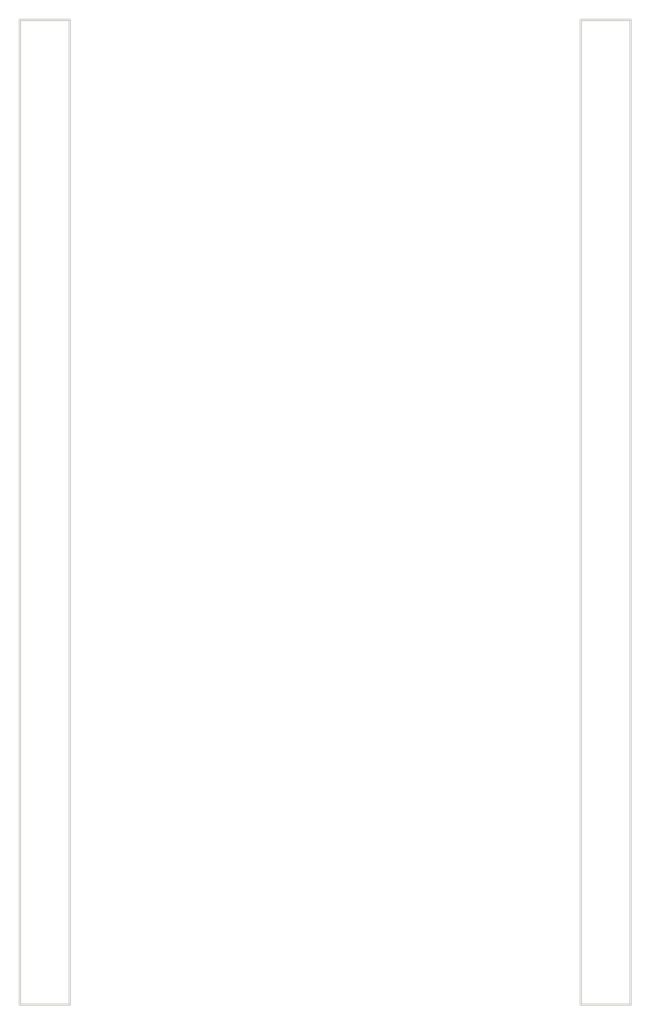
<source format=kicad_pcb>
(kicad_pcb (version 20241229) (generator "pcbnew") (generator_version "9.0")
  (title_block (title "Board 2x16 W22.86") (date "2025-09-29") (rev "V0"))
  (layers (0 "F.Cu" signal) (2 "B.Cu" signal) (13 "F.Paste" user) (15 "B.Paste" user) (5 "F.SilkS" user "F.Silkscreen") (7 "B.SilkS" user "B.Silkscreen") (1 "F.Mask" user) (3 "B.Mask" user) (25 "Edge.Cuts" user))
  (net 0 "")
  (footprint "SamacSys_Parts:PinHeader_1x16_P2.54mm_Vertical" (layer "B.Cu") (at 22.86 0 180)
    (property "Reference" "J2" (hide yes))
    (property "Value" "Pin_Header_01x16")
  )
  (footprint "SamacSys_Parts:PinHeader_1x16_P2.54mm_Vertical" (layer "B.Cu") (at 0 0 180)
    (property "Reference" "J1" (hide yes))
    (property "Value" "Pin_Header_01x16")
  )
  (gr_line (start 1.016 -1.016) (end 1.016 39.116) (stroke (width 0.1)) (layer "Edge.Cuts"))
  (gr_line (start -1.016 -1.016) (end 1.016 -1.016) (stroke (width 0.1)) (layer "Edge.Cuts"))
  (gr_line (start 21.844 -1.016) (end 23.876 -1.016) (stroke (width 0.1)) (layer "Edge.Cuts"))
  (gr_line (start 23.876 -1.016) (end 23.876 39.116) (stroke (width 0.1)) (layer "Edge.Cuts"))
  (gr_line (start 1.016 39.116) (end -1.016 39.116) (stroke (width 0.1)) (layer "Edge.Cuts"))
  (gr_line (start 23.876 39.116) (end 21.844 39.116) (stroke (width 0.1)) (layer "Edge.Cuts"))
  (gr_line (start -1.016 39.116) (end -1.016 -1.016) (stroke (width 0.1)) (layer "Edge.Cuts"))
  (gr_line (start 21.844 39.116) (end 21.844 -1.016) (stroke (width 0.1)) (layer "Edge.Cuts"))
)
</source>
